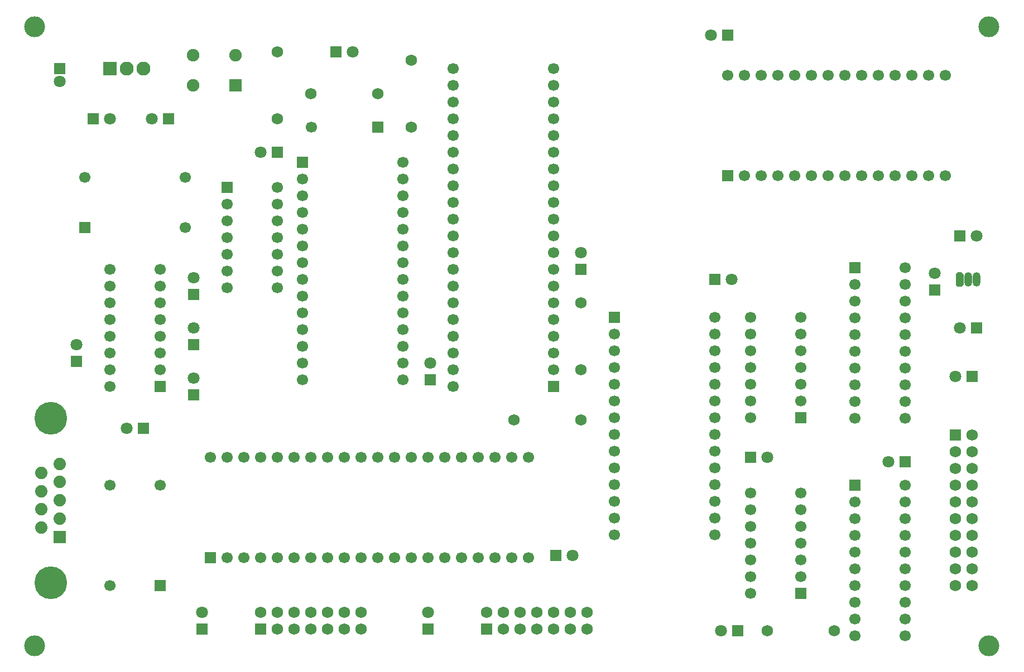
<source format=gbr>
G04 DipTrace 2.4.0.2*
%INTopMask.gbr*%
%MOIN*%
%ADD23R,0.0748X0.0748*%
%ADD24C,0.0748*%
%ADD32R,0.0669X0.0669*%
%ADD33C,0.0669*%
%ADD36C,0.125*%
%ADD47C,0.068*%
%ADD49C,0.068*%
%ADD51R,0.068X0.068*%
%ADD53C,0.1954*%
%ADD55C,0.0745*%
%ADD57R,0.0745X0.0745*%
%ADD59C,0.071*%
%ADD61C,0.0828*%
%ADD62R,0.0828X0.0828*%
%ADD63O,0.0474X0.0867*%
%ADD67R,0.071X0.071*%
%ADD69C,0.071*%
%FSLAX44Y44*%
G04*
G70*
G90*
G75*
G01*
%LNTopMask*%
%LPD*%
D69*
X34125Y25000D3*
D67*
Y24000D3*
D69*
X33625Y6875D3*
D67*
X32625D3*
D69*
X25125Y18375D3*
D67*
Y17375D3*
D69*
X41875Y38000D3*
D67*
X42875D3*
D69*
X43125Y23375D3*
D67*
X42125D3*
D69*
X15000Y31000D3*
D67*
X16000D3*
D69*
X45250Y12750D3*
D67*
X44250D3*
D69*
X57750Y26000D3*
D67*
X56750D3*
D69*
X52500Y12500D3*
D67*
X53500D3*
D69*
X55250Y23750D3*
D67*
Y22750D3*
D69*
X7000Y14500D3*
D67*
X8000D3*
D69*
X42500Y2375D3*
D67*
X43500D3*
D69*
X6000Y33000D3*
D67*
X5000D3*
D69*
X11500Y3500D3*
D67*
Y2500D3*
D69*
X25000Y3500D3*
D67*
Y2500D3*
D69*
X56500Y17600D3*
D67*
X57500D3*
D69*
X20500Y37000D3*
D67*
X19500D3*
D69*
X4000Y19500D3*
D67*
Y18500D3*
D69*
X11000Y17500D3*
D67*
Y16500D3*
D69*
Y20500D3*
D67*
Y19500D3*
D69*
Y23500D3*
D67*
Y22500D3*
D69*
X8500Y33000D3*
D67*
X9500D3*
D69*
X56750Y20500D3*
D67*
X57750D3*
D32*
X22000Y32500D3*
D33*
X18024D3*
D36*
X1500Y38500D3*
Y1500D3*
X58500D3*
Y38500D3*
D32*
X32500Y17000D3*
D33*
Y18000D3*
Y19000D3*
Y20000D3*
Y21000D3*
Y22000D3*
Y23000D3*
Y24000D3*
Y25000D3*
Y26000D3*
Y27000D3*
Y28000D3*
Y29000D3*
Y30000D3*
Y31000D3*
Y32000D3*
Y33000D3*
Y34000D3*
Y35000D3*
Y36000D3*
X26500D3*
Y35000D3*
Y34000D3*
Y33000D3*
Y32000D3*
Y31000D3*
Y30000D3*
Y29000D3*
Y28000D3*
Y27000D3*
Y26000D3*
Y25000D3*
Y24000D3*
Y23000D3*
Y22000D3*
Y21000D3*
Y20000D3*
Y19000D3*
Y18000D3*
Y17000D3*
D32*
X12000Y6750D3*
D33*
X13000D3*
X14000D3*
X15000D3*
X16000D3*
X17000D3*
X18000D3*
X19000D3*
X20000D3*
X21000D3*
X22000D3*
X23000D3*
X24000D3*
X25000D3*
X26000D3*
X27000D3*
X28000D3*
X29000D3*
X30000D3*
X31000D3*
Y12750D3*
X30000D3*
X29000D3*
X28000D3*
X27000D3*
X26000D3*
X25000D3*
X24000D3*
X23000D3*
X22000D3*
X21000D3*
X20000D3*
X19000D3*
X18000D3*
X17000D3*
X16000D3*
X15000D3*
X14000D3*
X13000D3*
X12000D3*
D32*
X17500Y30375D3*
D33*
Y29375D3*
Y28375D3*
Y27375D3*
Y26375D3*
Y25375D3*
Y24375D3*
Y23375D3*
Y22375D3*
Y21375D3*
Y20375D3*
Y19375D3*
Y18375D3*
Y17375D3*
X23484D3*
Y18375D3*
Y19375D3*
Y20375D3*
Y21375D3*
Y22375D3*
Y23375D3*
Y24375D3*
Y25375D3*
Y26375D3*
Y27375D3*
Y28375D3*
Y29375D3*
Y30375D3*
D32*
X42900Y29600D3*
D33*
X43900D3*
X44900D3*
X45900D3*
X46900D3*
X47900D3*
X48900D3*
X49900D3*
X50900D3*
X51900D3*
X52900D3*
X53900D3*
X54900D3*
X55900D3*
Y35600D3*
X54900D3*
X53900D3*
X52900D3*
X51900D3*
X50900D3*
X49900D3*
X48900D3*
X47900D3*
X46900D3*
X45900D3*
X44900D3*
X43900D3*
X42900D3*
D32*
X36125Y21125D3*
D33*
Y20125D3*
Y19125D3*
Y18125D3*
Y17125D3*
Y16125D3*
Y15125D3*
Y14125D3*
Y13125D3*
Y12125D3*
Y11125D3*
Y10125D3*
Y9125D3*
Y8125D3*
X42125D3*
Y9125D3*
Y10125D3*
Y11125D3*
Y12125D3*
Y13125D3*
Y14125D3*
Y15125D3*
Y16125D3*
Y17125D3*
Y18125D3*
Y19125D3*
Y20125D3*
Y21125D3*
D32*
X13000Y28875D3*
D33*
Y27875D3*
Y26875D3*
Y25875D3*
Y24875D3*
Y23875D3*
Y22875D3*
X16000D3*
Y23875D3*
Y24875D3*
Y25875D3*
Y26875D3*
Y27875D3*
Y28875D3*
D32*
X47250Y15125D3*
D33*
Y16125D3*
Y17125D3*
Y18125D3*
Y19125D3*
Y20125D3*
Y21125D3*
X44250D3*
Y20125D3*
Y19125D3*
Y18125D3*
Y17125D3*
Y16125D3*
Y15125D3*
G36*
X56513Y23063D2*
X56635Y22941D1*
X56865D1*
X56987Y23063D1*
Y23687D1*
X56865Y23809D1*
X56635D1*
X56513Y23687D1*
Y23063D1*
G37*
D63*
X57250Y23375D3*
X57750D3*
D32*
X50500Y11100D3*
D33*
Y10100D3*
Y9100D3*
Y8100D3*
Y7100D3*
Y6100D3*
Y5100D3*
Y4100D3*
Y3100D3*
Y2100D3*
X53500Y11100D3*
Y10100D3*
Y9100D3*
Y8100D3*
Y7100D3*
Y6100D3*
Y5100D3*
Y4100D3*
Y3100D3*
Y2100D3*
D32*
X50500Y24100D3*
D33*
Y23100D3*
Y22100D3*
Y21100D3*
Y20100D3*
Y19100D3*
Y18100D3*
Y17100D3*
Y16100D3*
Y15100D3*
X53500Y24100D3*
Y23100D3*
Y22100D3*
Y21100D3*
Y20100D3*
Y19100D3*
Y18100D3*
Y17100D3*
Y16100D3*
Y15100D3*
D32*
X9000Y17000D3*
D33*
Y18000D3*
Y19000D3*
Y20000D3*
Y21000D3*
Y22000D3*
Y23000D3*
Y24000D3*
X6000D3*
Y23000D3*
Y22000D3*
Y21000D3*
Y20000D3*
Y19000D3*
Y18000D3*
Y17000D3*
D32*
X47250Y4625D3*
D33*
Y5625D3*
Y6625D3*
Y7625D3*
Y8625D3*
Y9625D3*
Y10625D3*
X44250D3*
Y9625D3*
Y8625D3*
Y7625D3*
Y6625D3*
Y5625D3*
Y4625D3*
D62*
X6000Y36000D3*
D61*
X7000D3*
X8000D3*
D67*
X3000D3*
D59*
Y35213D3*
D57*
Y8000D3*
D55*
Y9091D3*
Y10181D3*
Y11272D3*
Y12362D3*
X1882Y8545D3*
Y9636D3*
Y10726D3*
Y11817D3*
D53*
X2441Y5262D3*
Y15100D3*
D51*
X15000Y2500D3*
D49*
X16000D3*
X17000D3*
X18000D3*
X19000D3*
X20000D3*
X21000D3*
Y3500D3*
X20000D3*
X19000D3*
X18000D3*
X17000D3*
X16000D3*
X15000D3*
D51*
X28500Y2500D3*
D49*
X29500D3*
X30500D3*
X31500D3*
X32500D3*
X33500D3*
X34500D3*
Y3500D3*
X33500D3*
X32500D3*
X31500D3*
X30500D3*
X29500D3*
X28500D3*
D51*
X56500Y14100D3*
D49*
Y13100D3*
Y12100D3*
Y11100D3*
Y10100D3*
Y9100D3*
Y8100D3*
Y7100D3*
Y6100D3*
Y5100D3*
X57500D3*
Y6100D3*
Y7100D3*
Y8100D3*
Y9100D3*
Y10100D3*
Y11100D3*
Y12100D3*
Y13100D3*
Y14100D3*
X16000Y37000D3*
D47*
Y33000D3*
D49*
X22000Y34500D3*
D47*
X18000D3*
D49*
X24000Y32500D3*
D47*
Y36500D3*
D49*
X34125Y15000D3*
D47*
X30125D3*
D49*
X34125Y18000D3*
D47*
Y22000D3*
D49*
X45250Y2375D3*
D47*
X49250D3*
D23*
X13500Y35000D3*
D24*
Y36772D3*
X10941D3*
Y35000D3*
D32*
X4500Y26500D3*
D33*
X10500D3*
Y29500D3*
X4500D3*
D32*
X9000Y5100D3*
D33*
Y11100D3*
X6000D3*
Y5100D3*
M02*

</source>
